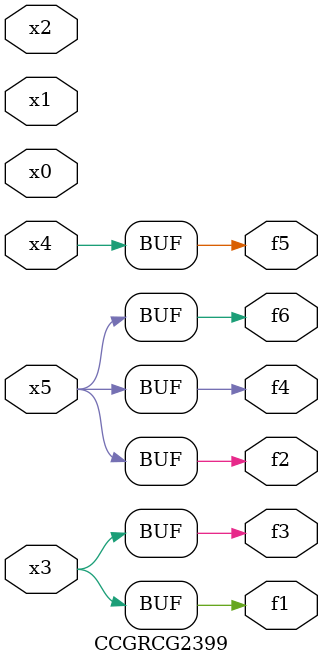
<source format=v>
module CCGRCG2399(
	input x0, x1, x2, x3, x4, x5,
	output f1, f2, f3, f4, f5, f6
);
	assign f1 = x3;
	assign f2 = x5;
	assign f3 = x3;
	assign f4 = x5;
	assign f5 = x4;
	assign f6 = x5;
endmodule

</source>
